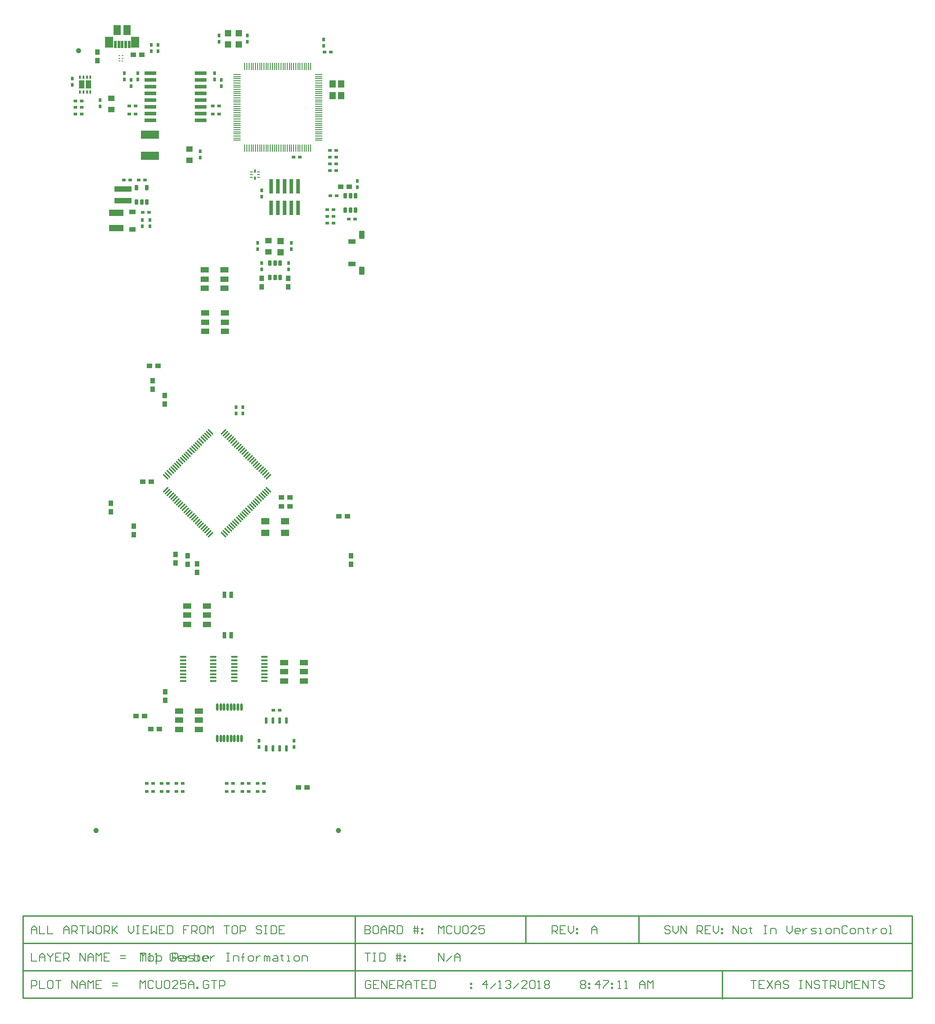
<source format=gtp>
G04 Layer_Color=9021481*
%FSAX25Y25*%
%MOIN*%
G70*
G01*
G75*
G04:AMPARAMS|DCode=10|XSize=11.81mil|YSize=57.09mil|CornerRadius=0mil|HoleSize=0mil|Usage=FLASHONLY|Rotation=45.000|XOffset=0mil|YOffset=0mil|HoleType=Round|Shape=Round|*
%AMOVALD10*
21,1,0.04528,0.01181,0.00000,0.00000,135.0*
1,1,0.01181,0.01601,-0.01601*
1,1,0.01181,-0.01601,0.01601*
%
%ADD10OVALD10*%

G04:AMPARAMS|DCode=11|XSize=11.81mil|YSize=57.09mil|CornerRadius=0mil|HoleSize=0mil|Usage=FLASHONLY|Rotation=315.000|XOffset=0mil|YOffset=0mil|HoleType=Round|Shape=Round|*
%AMOVALD11*
21,1,0.04528,0.01181,0.00000,0.00000,45.0*
1,1,0.01181,-0.01601,-0.01601*
1,1,0.01181,0.01601,0.01601*
%
%ADD11OVALD11*%

G04:AMPARAMS|DCode=12|XSize=17.72mil|YSize=54.33mil|CornerRadius=1.95mil|HoleSize=0mil|Usage=FLASHONLY|Rotation=0.000|XOffset=0mil|YOffset=0mil|HoleType=Round|Shape=RoundedRectangle|*
%AMROUNDEDRECTD12*
21,1,0.01772,0.05043,0,0,0.0*
21,1,0.01382,0.05433,0,0,0.0*
1,1,0.00390,0.00691,-0.02522*
1,1,0.00390,-0.00691,-0.02522*
1,1,0.00390,-0.00691,0.02522*
1,1,0.00390,0.00691,0.02522*
%
%ADD12ROUNDEDRECTD12*%
G04:AMPARAMS|DCode=13|XSize=54.13mil|YSize=74.8mil|CornerRadius=1.89mil|HoleSize=0mil|Usage=FLASHONLY|Rotation=0.000|XOffset=0mil|YOffset=0mil|HoleType=Round|Shape=RoundedRectangle|*
%AMROUNDEDRECTD13*
21,1,0.05413,0.07101,0,0,0.0*
21,1,0.05034,0.07480,0,0,0.0*
1,1,0.00379,0.02517,-0.03551*
1,1,0.00379,-0.02517,-0.03551*
1,1,0.00379,-0.02517,0.03551*
1,1,0.00379,0.02517,0.03551*
%
%ADD13ROUNDEDRECTD13*%
G04:AMPARAMS|DCode=14|XSize=58.07mil|YSize=82.68mil|CornerRadius=2.03mil|HoleSize=0mil|Usage=FLASHONLY|Rotation=0.000|XOffset=0mil|YOffset=0mil|HoleType=Round|Shape=RoundedRectangle|*
%AMROUNDEDRECTD14*
21,1,0.05807,0.07861,0,0,0.0*
21,1,0.05401,0.08268,0,0,0.0*
1,1,0.00407,0.02700,-0.03931*
1,1,0.00407,-0.02700,-0.03931*
1,1,0.00407,-0.02700,0.03931*
1,1,0.00407,0.02700,0.03931*
%
%ADD14ROUNDEDRECTD14*%
%ADD15O,0.04724X0.01575*%
%ADD16O,0.01772X0.05512*%
G04:AMPARAMS|DCode=17|XSize=23.62mil|YSize=39.37mil|CornerRadius=2.01mil|HoleSize=0mil|Usage=FLASHONLY|Rotation=180.000|XOffset=0mil|YOffset=0mil|HoleType=Round|Shape=RoundedRectangle|*
%AMROUNDEDRECTD17*
21,1,0.02362,0.03535,0,0,180.0*
21,1,0.01961,0.03937,0,0,180.0*
1,1,0.00402,-0.00980,0.01768*
1,1,0.00402,0.00980,0.01768*
1,1,0.00402,0.00980,-0.01768*
1,1,0.00402,-0.00980,-0.01768*
%
%ADD17ROUNDEDRECTD17*%
%ADD18O,0.05512X0.00787*%
%ADD19O,0.00787X0.05512*%
%ADD20R,0.06299X0.03937*%
%ADD21R,0.02992X0.05000*%
%ADD22R,0.03740X0.03937*%
%ADD23R,0.03937X0.03740*%
%ADD24R,0.04724X0.04331*%
%ADD25C,0.03937*%
%ADD26R,0.10630X0.05118*%
%ADD27R,0.02362X0.03150*%
%ADD28R,0.03150X0.02362*%
G04:AMPARAMS|DCode=29|XSize=11.81mil|YSize=23.62mil|CornerRadius=1.95mil|HoleSize=0mil|Usage=FLASHONLY|Rotation=0.000|XOffset=0mil|YOffset=0mil|HoleType=Round|Shape=RoundedRectangle|*
%AMROUNDEDRECTD29*
21,1,0.01181,0.01972,0,0,0.0*
21,1,0.00791,0.02362,0,0,0.0*
1,1,0.00390,0.00396,-0.00986*
1,1,0.00390,-0.00396,-0.00986*
1,1,0.00390,-0.00396,0.00986*
1,1,0.00390,0.00396,0.00986*
%
%ADD29ROUNDEDRECTD29*%
%ADD31R,0.06299X0.03937*%
G04:AMPARAMS|DCode=32|XSize=57.09mil|YSize=39.37mil|CornerRadius=1.97mil|HoleSize=0mil|Usage=FLASHONLY|Rotation=270.000|XOffset=0mil|YOffset=0mil|HoleType=Round|Shape=RoundedRectangle|*
%AMROUNDEDRECTD32*
21,1,0.05709,0.03543,0,0,270.0*
21,1,0.05315,0.03937,0,0,270.0*
1,1,0.00394,-0.01772,-0.02657*
1,1,0.00394,-0.01772,0.02657*
1,1,0.00394,0.01772,0.02657*
1,1,0.00394,0.01772,-0.02657*
%
%ADD32ROUNDEDRECTD32*%
G04:AMPARAMS|DCode=33|XSize=35.43mil|YSize=51.18mil|CornerRadius=1.95mil|HoleSize=0mil|Usage=FLASHONLY|Rotation=270.000|XOffset=0mil|YOffset=0mil|HoleType=Round|Shape=RoundedRectangle|*
%AMROUNDEDRECTD33*
21,1,0.03543,0.04728,0,0,270.0*
21,1,0.03154,0.05118,0,0,270.0*
1,1,0.00390,-0.02364,-0.01577*
1,1,0.00390,-0.02364,0.01577*
1,1,0.00390,0.02364,0.01577*
1,1,0.00390,0.02364,-0.01577*
%
%ADD33ROUNDEDRECTD33*%
%ADD34R,0.12598X0.03937*%
%ADD35R,0.04803X0.03602*%
%ADD36R,0.13386X0.06299*%
G04:AMPARAMS|DCode=37|XSize=9.84mil|YSize=21.65mil|CornerRadius=1.97mil|HoleSize=0mil|Usage=FLASHONLY|Rotation=270.000|XOffset=0mil|YOffset=0mil|HoleType=Round|Shape=RoundedRectangle|*
%AMROUNDEDRECTD37*
21,1,0.00984,0.01772,0,0,270.0*
21,1,0.00591,0.02165,0,0,270.0*
1,1,0.00394,-0.00886,-0.00295*
1,1,0.00394,-0.00886,0.00295*
1,1,0.00394,0.00886,0.00295*
1,1,0.00394,0.00886,-0.00295*
%
%ADD37ROUNDEDRECTD37*%
G04:AMPARAMS|DCode=38|XSize=7.87mil|YSize=21.65mil|CornerRadius=1.97mil|HoleSize=0mil|Usage=FLASHONLY|Rotation=270.000|XOffset=0mil|YOffset=0mil|HoleType=Round|Shape=RoundedRectangle|*
%AMROUNDEDRECTD38*
21,1,0.00787,0.01772,0,0,270.0*
21,1,0.00394,0.02165,0,0,270.0*
1,1,0.00394,-0.00886,-0.00197*
1,1,0.00394,-0.00886,0.00197*
1,1,0.00394,0.00886,0.00197*
1,1,0.00394,0.00886,-0.00197*
%
%ADD38ROUNDEDRECTD38*%
%ADD39R,0.02913X0.10984*%
%ADD40R,0.04724X0.05512*%
%ADD41O,0.02165X0.04921*%
%ADD42R,0.04724X0.04724*%
%ADD43R,0.06299X0.04921*%
G04:AMPARAMS|DCode=44|XSize=7.87mil|YSize=11.81mil|CornerRadius=1.97mil|HoleSize=0mil|Usage=FLASHONLY|Rotation=270.000|XOffset=0mil|YOffset=0mil|HoleType=Round|Shape=RoundedRectangle|*
%AMROUNDEDRECTD44*
21,1,0.00787,0.00787,0,0,270.0*
21,1,0.00394,0.01181,0,0,270.0*
1,1,0.00394,-0.00394,-0.00197*
1,1,0.00394,-0.00394,0.00197*
1,1,0.00394,0.00394,0.00197*
1,1,0.00394,0.00394,-0.00197*
%
%ADD44ROUNDEDRECTD44*%
G04:AMPARAMS|DCode=45|XSize=7.87mil|YSize=13.78mil|CornerRadius=1.97mil|HoleSize=0mil|Usage=FLASHONLY|Rotation=270.000|XOffset=0mil|YOffset=0mil|HoleType=Round|Shape=RoundedRectangle|*
%AMROUNDEDRECTD45*
21,1,0.00787,0.00984,0,0,270.0*
21,1,0.00394,0.01378,0,0,270.0*
1,1,0.00394,-0.00492,-0.00197*
1,1,0.00394,-0.00492,0.00197*
1,1,0.00394,0.00492,0.00197*
1,1,0.00394,0.00492,-0.00197*
%
%ADD45ROUNDEDRECTD45*%
G04:AMPARAMS|DCode=46|XSize=25.59mil|YSize=88.58mil|CornerRadius=1.92mil|HoleSize=0mil|Usage=FLASHONLY|Rotation=270.000|XOffset=0mil|YOffset=0mil|HoleType=Round|Shape=RoundedRectangle|*
%AMROUNDEDRECTD46*
21,1,0.02559,0.08474,0,0,270.0*
21,1,0.02175,0.08858,0,0,270.0*
1,1,0.00384,-0.04237,-0.01088*
1,1,0.00384,-0.04237,0.01088*
1,1,0.00384,0.04237,0.01088*
1,1,0.00384,0.04237,-0.01088*
%
%ADD46ROUNDEDRECTD46*%
%ADD49C,0.00800*%
%ADD50C,0.01000*%
G04:AMPARAMS|DCode=97|XSize=57.87mil|YSize=41.73mil|CornerRadius=1.88mil|HoleSize=0mil|Usage=FLASHONLY|Rotation=270.000|XOffset=0mil|YOffset=0mil|HoleType=Round|Shape=RoundedRectangle|*
%AMROUNDEDRECTD97*
21,1,0.05787,0.03798,0,0,270.0*
21,1,0.05412,0.04173,0,0,270.0*
1,1,0.00376,-0.01899,-0.02706*
1,1,0.00376,-0.01899,0.02706*
1,1,0.00376,0.01899,0.02706*
1,1,0.00376,0.01899,-0.02706*
%
%ADD97ROUNDEDRECTD97*%
G54D10*
X0179398Y0460609D02*
D03*
X0178006Y0459217D02*
D03*
X0176614Y0457825D02*
D03*
X0175222Y0456433D02*
D03*
X0173830Y0455041D02*
D03*
X0172438Y0453649D02*
D03*
X0171046Y0452257D02*
D03*
X0169654Y0450865D02*
D03*
X0168262Y0449473D02*
D03*
X0166870Y0448081D02*
D03*
X0165478Y0446689D02*
D03*
X0164086Y0445297D02*
D03*
X0162695Y0443905D02*
D03*
X0161302Y0442514D02*
D03*
X0159911Y0441122D02*
D03*
X0158519Y0439730D02*
D03*
X0157127Y0438338D02*
D03*
X0155735Y0436946D02*
D03*
X0154343Y0435554D02*
D03*
X0152951Y0434162D02*
D03*
X0151559Y0432770D02*
D03*
X0150167Y0431378D02*
D03*
X0148775Y0429986D02*
D03*
X0147383Y0428594D02*
D03*
X0145991Y0427202D02*
D03*
X0189002Y0384191D02*
D03*
X0190394Y0385583D02*
D03*
X0191786Y0386975D02*
D03*
X0193178Y0388367D02*
D03*
X0194570Y0389759D02*
D03*
X0195962Y0391151D02*
D03*
X0197354Y0392543D02*
D03*
X0198746Y0393935D02*
D03*
X0200138Y0395327D02*
D03*
X0201530Y0396719D02*
D03*
X0202922Y0398111D02*
D03*
X0204314Y0399503D02*
D03*
X0205705Y0400894D02*
D03*
X0207098Y0402286D02*
D03*
X0208489Y0403678D02*
D03*
X0209881Y0405070D02*
D03*
X0211273Y0406462D02*
D03*
X0212665Y0407854D02*
D03*
X0214057Y0409246D02*
D03*
X0215449Y0410638D02*
D03*
X0216841Y0412030D02*
D03*
X0218233Y0413422D02*
D03*
X0219625Y0414814D02*
D03*
X0221017Y0416206D02*
D03*
X0222409Y0417598D02*
D03*
G54D11*
X0145991D02*
D03*
X0147383Y0416206D02*
D03*
X0148775Y0414814D02*
D03*
X0150167Y0413422D02*
D03*
X0151559Y0412030D02*
D03*
X0152951Y0410638D02*
D03*
X0154343Y0409246D02*
D03*
X0155735Y0407854D02*
D03*
X0157127Y0406462D02*
D03*
X0158519Y0405070D02*
D03*
X0159911Y0403678D02*
D03*
X0161303Y0402286D02*
D03*
X0162695Y0400894D02*
D03*
X0164086Y0399503D02*
D03*
X0165478Y0398111D02*
D03*
X0166870Y0396719D02*
D03*
X0168262Y0395327D02*
D03*
X0169654Y0393935D02*
D03*
X0171046Y0392543D02*
D03*
X0172438Y0391151D02*
D03*
X0173830Y0389759D02*
D03*
X0175222Y0388367D02*
D03*
X0176614Y0386975D02*
D03*
X0178006Y0385583D02*
D03*
X0179398Y0384191D02*
D03*
X0222409Y0427202D02*
D03*
X0221017Y0428594D02*
D03*
X0219625Y0429986D02*
D03*
X0218233Y0431378D02*
D03*
X0216841Y0432770D02*
D03*
X0215449Y0434162D02*
D03*
X0214057Y0435554D02*
D03*
X0212665Y0436946D02*
D03*
X0211273Y0438338D02*
D03*
X0209881Y0439730D02*
D03*
X0208489Y0441122D02*
D03*
X0207098Y0442514D02*
D03*
X0205705Y0443905D02*
D03*
X0204314Y0445297D02*
D03*
X0202922Y0446689D02*
D03*
X0201530Y0448081D02*
D03*
X0200138Y0449473D02*
D03*
X0198746Y0450865D02*
D03*
X0197354Y0452257D02*
D03*
X0195962Y0453649D02*
D03*
X0194570Y0455041D02*
D03*
X0193178Y0456433D02*
D03*
X0191786Y0457825D02*
D03*
X0190394Y0459217D02*
D03*
X0189002Y0460609D02*
D03*
G54D12*
X0118818Y0748219D02*
D03*
X0116259Y0748219D02*
D03*
X0113700Y0748219D02*
D03*
X0111141Y0748219D02*
D03*
X0108582Y0748219D02*
D03*
G54D13*
X0117391Y0758691D02*
D03*
X0110009D02*
D03*
G54D14*
X0123395Y0749636D02*
D03*
X0104005D02*
D03*
G54D15*
X0158979Y0293357D02*
D03*
Y0290798D02*
D03*
Y0288239D02*
D03*
Y0285680D02*
D03*
Y0283120D02*
D03*
Y0280561D02*
D03*
Y0278002D02*
D03*
Y0275443D02*
D03*
X0181421Y0293357D02*
D03*
Y0290798D02*
D03*
Y0288239D02*
D03*
Y0285680D02*
D03*
Y0283120D02*
D03*
Y0280561D02*
D03*
Y0278002D02*
D03*
Y0275443D02*
D03*
X0196979Y0293357D02*
D03*
Y0290798D02*
D03*
Y0288239D02*
D03*
Y0285680D02*
D03*
Y0283120D02*
D03*
Y0280561D02*
D03*
Y0278002D02*
D03*
Y0275443D02*
D03*
X0219421Y0293357D02*
D03*
Y0290798D02*
D03*
Y0288239D02*
D03*
Y0285680D02*
D03*
Y0283120D02*
D03*
Y0280561D02*
D03*
Y0278002D02*
D03*
Y0275443D02*
D03*
G54D16*
X0184243Y0232786D02*
D03*
X0186802D02*
D03*
X0189361D02*
D03*
X0191920D02*
D03*
X0194480D02*
D03*
X0197039D02*
D03*
X0199598D02*
D03*
X0202157D02*
D03*
X0184243Y0256014D02*
D03*
X0186802D02*
D03*
X0189361D02*
D03*
X0191920D02*
D03*
X0194480D02*
D03*
X0197039D02*
D03*
X0199598D02*
D03*
X0202157D02*
D03*
G54D17*
X0279460Y0635813D02*
D03*
X0283200D02*
D03*
X0286940D02*
D03*
Y0624987D02*
D03*
X0283200D02*
D03*
X0279460D02*
D03*
X0223460Y0574987D02*
D03*
X0227200D02*
D03*
X0230940D02*
D03*
Y0585813D02*
D03*
X0227200D02*
D03*
X0223460D02*
D03*
X0124460Y0641813D02*
D03*
X0131940D02*
D03*
Y0630987D02*
D03*
X0128200D02*
D03*
X0124460D02*
D03*
G54D18*
X0198885Y0725809D02*
D03*
Y0724235D02*
D03*
Y0722660D02*
D03*
Y0721085D02*
D03*
Y0719510D02*
D03*
Y0717935D02*
D03*
Y0716361D02*
D03*
Y0714786D02*
D03*
Y0713211D02*
D03*
Y0711636D02*
D03*
Y0710061D02*
D03*
Y0708487D02*
D03*
Y0706912D02*
D03*
Y0705337D02*
D03*
Y0703762D02*
D03*
Y0702187D02*
D03*
Y0700613D02*
D03*
Y0699038D02*
D03*
Y0697463D02*
D03*
Y0695888D02*
D03*
Y0694313D02*
D03*
Y0692739D02*
D03*
Y0691164D02*
D03*
Y0689589D02*
D03*
Y0688014D02*
D03*
Y0686439D02*
D03*
Y0684865D02*
D03*
Y0683290D02*
D03*
Y0681715D02*
D03*
Y0680140D02*
D03*
Y0678565D02*
D03*
Y0676991D02*
D03*
X0259515D02*
D03*
Y0678565D02*
D03*
Y0680140D02*
D03*
Y0681715D02*
D03*
Y0683290D02*
D03*
Y0684865D02*
D03*
Y0686439D02*
D03*
Y0688014D02*
D03*
Y0689589D02*
D03*
Y0691164D02*
D03*
Y0692739D02*
D03*
Y0694313D02*
D03*
Y0695888D02*
D03*
Y0697463D02*
D03*
Y0699038D02*
D03*
Y0700613D02*
D03*
Y0702187D02*
D03*
Y0703762D02*
D03*
Y0705337D02*
D03*
Y0706912D02*
D03*
Y0708487D02*
D03*
Y0710061D02*
D03*
Y0711636D02*
D03*
Y0713211D02*
D03*
Y0714786D02*
D03*
Y0716361D02*
D03*
Y0717935D02*
D03*
Y0719510D02*
D03*
Y0721085D02*
D03*
Y0722660D02*
D03*
Y0724235D02*
D03*
Y0725809D02*
D03*
G54D19*
X0204791Y0671085D02*
D03*
X0206365D02*
D03*
X0207940D02*
D03*
X0209515D02*
D03*
X0211090D02*
D03*
X0212665D02*
D03*
X0214239D02*
D03*
X0215814D02*
D03*
X0217389D02*
D03*
X0218964D02*
D03*
X0220539D02*
D03*
X0222113D02*
D03*
X0223688D02*
D03*
X0225263D02*
D03*
X0226838D02*
D03*
X0228413D02*
D03*
X0229987D02*
D03*
X0231562D02*
D03*
X0233137D02*
D03*
X0234712D02*
D03*
X0236287D02*
D03*
X0237861D02*
D03*
X0239436D02*
D03*
X0241011D02*
D03*
X0242586D02*
D03*
X0244161D02*
D03*
X0245735D02*
D03*
X0247310D02*
D03*
X0248885D02*
D03*
X0250460D02*
D03*
X0252035D02*
D03*
X0253609D02*
D03*
Y0731715D02*
D03*
X0252035D02*
D03*
X0250460D02*
D03*
X0248885D02*
D03*
X0247310D02*
D03*
X0245735D02*
D03*
X0244161D02*
D03*
X0242586D02*
D03*
X0241011D02*
D03*
X0239436D02*
D03*
X0237861D02*
D03*
X0236287D02*
D03*
X0234712D02*
D03*
X0233137D02*
D03*
X0231562D02*
D03*
X0229987D02*
D03*
X0228413D02*
D03*
X0226838D02*
D03*
X0225263D02*
D03*
X0223688D02*
D03*
X0222113D02*
D03*
X0220539D02*
D03*
X0218964D02*
D03*
X0217389D02*
D03*
X0215814D02*
D03*
X0214239D02*
D03*
X0212665D02*
D03*
X0211090D02*
D03*
X0209515D02*
D03*
X0207940D02*
D03*
X0206365D02*
D03*
X0204791D02*
D03*
G54D20*
X0155917Y0239510D02*
D03*
Y0246400D02*
D03*
Y0253290D02*
D03*
X0170484D02*
D03*
Y0246400D02*
D03*
Y0239510D02*
D03*
G54D21*
X0194700Y0309400D02*
D03*
X0189700D02*
D03*
Y0339400D02*
D03*
X0194700D02*
D03*
G54D22*
X0153200Y0363250D02*
D03*
Y0369550D02*
D03*
X0122200Y0384250D02*
D03*
Y0390550D02*
D03*
X0145200Y0481250D02*
D03*
Y0487550D02*
D03*
X0283700Y0368550D02*
D03*
Y0362250D02*
D03*
X0237100Y0568250D02*
D03*
Y0574550D02*
D03*
X0217200Y0568250D02*
D03*
Y0574550D02*
D03*
X0162200Y0362250D02*
D03*
Y0368550D02*
D03*
X0145700Y0267550D02*
D03*
Y0261250D02*
D03*
X0136200Y0492250D02*
D03*
Y0498550D02*
D03*
X0095200Y0742550D02*
D03*
Y0736250D02*
D03*
X0105200Y0407550D02*
D03*
Y0401250D02*
D03*
X0169200Y0362550D02*
D03*
Y0356250D02*
D03*
G54D23*
X0244550Y0196400D02*
D03*
X0250850D02*
D03*
X0130350Y0249400D02*
D03*
X0124050D02*
D03*
X0274550Y0397900D02*
D03*
X0280850D02*
D03*
X0135050Y0239900D02*
D03*
X0141350D02*
D03*
X0140350Y0509400D02*
D03*
X0134050D02*
D03*
X0232050Y0405000D02*
D03*
X0238350D02*
D03*
X0232050Y0411800D02*
D03*
X0238350D02*
D03*
X0276050Y0642400D02*
D03*
X0282350D02*
D03*
X0122050Y0740400D02*
D03*
X0128350D02*
D03*
X0135350Y0423400D02*
D03*
X0129050D02*
D03*
G54D24*
X0163700Y0670534D02*
D03*
Y0662266D02*
D03*
X0105700Y0708034D02*
D03*
Y0699766D02*
D03*
X0222137Y0594250D02*
D03*
Y0602518D02*
D03*
G54D25*
X0081200Y0743400D02*
D03*
X0094200Y0164400D02*
D03*
X0274200D02*
D03*
G54D26*
X0109200Y0611691D02*
D03*
Y0623109D02*
D03*
G54D27*
X0097200Y0702038D02*
D03*
Y0706762D02*
D03*
X0239137Y0596022D02*
D03*
Y0600746D02*
D03*
X0214137Y0596022D02*
D03*
Y0600746D02*
D03*
X0171700Y0664038D02*
D03*
Y0668762D02*
D03*
X0125200Y0722038D02*
D03*
Y0726762D02*
D03*
X0120200Y0721762D02*
D03*
Y0717038D02*
D03*
X0076500Y0722762D02*
D03*
Y0718038D02*
D03*
X0187200Y0721762D02*
D03*
Y0717038D02*
D03*
X0263200Y0751762D02*
D03*
Y0747038D02*
D03*
X0206700Y0754762D02*
D03*
Y0750038D02*
D03*
X0185700Y0754762D02*
D03*
Y0750038D02*
D03*
X0135200Y0743038D02*
D03*
Y0747762D02*
D03*
X0237200Y0581038D02*
D03*
Y0585762D02*
D03*
X0217200Y0581038D02*
D03*
Y0585762D02*
D03*
X0203200Y0478762D02*
D03*
Y0474038D02*
D03*
X0134200Y0617762D02*
D03*
Y0613038D02*
D03*
X0140200Y0747762D02*
D03*
Y0743038D02*
D03*
X0115200Y0726762D02*
D03*
Y0722038D02*
D03*
X0288200Y0646762D02*
D03*
Y0642038D02*
D03*
X0198200Y0474038D02*
D03*
Y0478762D02*
D03*
X0128700Y0613038D02*
D03*
Y0617762D02*
D03*
X0217200Y0639762D02*
D03*
Y0635038D02*
D03*
X0182200Y0722038D02*
D03*
Y0726762D02*
D03*
X0241200Y0231262D02*
D03*
Y0226538D02*
D03*
X0215200D02*
D03*
Y0231262D02*
D03*
G54D28*
X0267838Y0654400D02*
D03*
X0272562D02*
D03*
X0118838Y0696400D02*
D03*
X0123562D02*
D03*
X0118838Y0702400D02*
D03*
X0123562D02*
D03*
X0083562Y0706200D02*
D03*
X0078838D02*
D03*
X0083562Y0701300D02*
D03*
X0078838D02*
D03*
Y0696400D02*
D03*
X0083562D02*
D03*
X0263838Y0742400D02*
D03*
X0268562D02*
D03*
X0191338Y0193400D02*
D03*
X0196062D02*
D03*
X0202838D02*
D03*
X0207562D02*
D03*
X0214338D02*
D03*
X0219062D02*
D03*
X0270562Y0620400D02*
D03*
X0265838D02*
D03*
X0128838Y0623400D02*
D03*
X0133562D02*
D03*
X0265838Y0625400D02*
D03*
X0270562D02*
D03*
X0130562Y0647400D02*
D03*
X0125838D02*
D03*
X0180838Y0696400D02*
D03*
X0185562D02*
D03*
X0180838Y0702400D02*
D03*
X0185562D02*
D03*
X0191338Y0199400D02*
D03*
X0196062D02*
D03*
X0202838D02*
D03*
X0207562D02*
D03*
X0214338D02*
D03*
X0219062D02*
D03*
X0273062Y0635900D02*
D03*
X0268338D02*
D03*
X0265838Y0615400D02*
D03*
X0270562D02*
D03*
X0281838Y0618400D02*
D03*
X0286562D02*
D03*
X0119562Y0647400D02*
D03*
X0114838D02*
D03*
X0245562Y0664400D02*
D03*
X0240838D02*
D03*
X0131838Y0199400D02*
D03*
X0136562D02*
D03*
X0131838Y0193400D02*
D03*
X0136562D02*
D03*
X0142838D02*
D03*
X0147562D02*
D03*
X0142838Y0199400D02*
D03*
X0147562D02*
D03*
X0153838Y0193400D02*
D03*
X0158562D02*
D03*
X0230562Y0253900D02*
D03*
X0225838D02*
D03*
X0153838Y0199400D02*
D03*
X0158562D02*
D03*
X0267838Y0659400D02*
D03*
X0272562D02*
D03*
X0267838Y0664400D02*
D03*
X0272562D02*
D03*
X0267838Y0669400D02*
D03*
X0272562D02*
D03*
G54D29*
X0090039Y0723912D02*
D03*
X0087480D02*
D03*
X0084921D02*
D03*
X0082361D02*
D03*
Y0712888D02*
D03*
X0084921D02*
D03*
X0087480D02*
D03*
X0090039D02*
D03*
X0212200Y0653959D02*
D03*
Y0648841D02*
D03*
G54D31*
X0233917Y0289290D02*
D03*
Y0282400D02*
D03*
Y0275510D02*
D03*
X0248483D02*
D03*
Y0282400D02*
D03*
Y0289290D02*
D03*
X0189483Y0567010D02*
D03*
Y0573900D02*
D03*
Y0580790D02*
D03*
X0174917D02*
D03*
Y0573900D02*
D03*
Y0567010D02*
D03*
X0175417Y0548790D02*
D03*
Y0541900D02*
D03*
Y0535010D02*
D03*
X0189983D02*
D03*
Y0541900D02*
D03*
Y0548790D02*
D03*
X0161917Y0331290D02*
D03*
Y0324400D02*
D03*
Y0317510D02*
D03*
X0176483D02*
D03*
Y0324400D02*
D03*
Y0331290D02*
D03*
G54D32*
X0291531Y0580113D02*
D03*
X0291531Y0606687D02*
D03*
G54D33*
X0284444Y0585132D02*
D03*
Y0601668D02*
D03*
G54D34*
X0114200Y0632069D02*
D03*
Y0640731D02*
D03*
G54D35*
X0121200Y0623847D02*
D03*
Y0610953D02*
D03*
G54D36*
X0134200Y0681274D02*
D03*
Y0665526D02*
D03*
G54D37*
X0209543Y0649431D02*
D03*
Y0653368D02*
D03*
X0214857D02*
D03*
Y0649431D02*
D03*
G54D38*
X0209543Y0651400D02*
D03*
X0214857D02*
D03*
G54D39*
X0224200Y0626888D02*
D03*
X0229200D02*
D03*
X0234200D02*
D03*
X0239200D02*
D03*
X0224200Y0642912D02*
D03*
X0229200D02*
D03*
X0234200D02*
D03*
X0239200D02*
D03*
X0244200Y0626888D02*
D03*
Y0642912D02*
D03*
G54D40*
X0276350Y0710069D02*
D03*
Y0718731D02*
D03*
X0270050Y0710069D02*
D03*
Y0718731D02*
D03*
G54D41*
X0220700Y0225565D02*
D03*
X0225700D02*
D03*
X0230700D02*
D03*
X0235700D02*
D03*
X0220700Y0246235D02*
D03*
X0225700D02*
D03*
X0230700D02*
D03*
X0235700D02*
D03*
G54D42*
X0200200Y0748266D02*
D03*
Y0756534D02*
D03*
X0231200Y0602134D02*
D03*
Y0593866D02*
D03*
X0192200Y0748266D02*
D03*
Y0756534D02*
D03*
G54D43*
X0220038Y0394024D02*
D03*
X0234605D02*
D03*
Y0385362D02*
D03*
X0220038D02*
D03*
G54D44*
X0111519Y0735931D02*
D03*
Y0737900D02*
D03*
Y0739868D02*
D03*
X0113881D02*
D03*
Y0737900D02*
D03*
G54D45*
X0113783Y0735931D02*
D03*
G54D46*
X0134499Y0726900D02*
D03*
Y0721900D02*
D03*
Y0716900D02*
D03*
Y0711900D02*
D03*
Y0706900D02*
D03*
Y0701900D02*
D03*
Y0696900D02*
D03*
Y0691900D02*
D03*
X0171901Y0726900D02*
D03*
Y0721900D02*
D03*
Y0716900D02*
D03*
Y0711900D02*
D03*
Y0706900D02*
D03*
Y0701900D02*
D03*
Y0696900D02*
D03*
Y0691900D02*
D03*
G54D49*
X0126900Y0073549D02*
X0130899D01*
X0128899D01*
Y0067551D01*
X0133898D02*
X0135897D01*
X0136897Y0068550D01*
Y0070550D01*
X0135897Y0071549D01*
X0133898D01*
X0132898Y0070550D01*
Y0068550D01*
X0133898Y0067551D01*
X0138896Y0065551D02*
Y0071549D01*
X0141895D01*
X0142895Y0070550D01*
Y0068550D01*
X0141895Y0067551D01*
X0138896D01*
X0150892D02*
Y0073549D01*
X0153891D01*
X0154891Y0072549D01*
Y0070550D01*
X0153891Y0069550D01*
X0150892D01*
X0157890Y0071549D02*
X0159889D01*
X0160889Y0070550D01*
Y0067551D01*
X0157890D01*
X0156890Y0068550D01*
X0157890Y0069550D01*
X0160889D01*
X0162888Y0067551D02*
X0165887D01*
X0166887Y0068550D01*
X0165887Y0069550D01*
X0163888D01*
X0162888Y0070550D01*
X0163888Y0071549D01*
X0166887D01*
X0169886Y0072549D02*
Y0071549D01*
X0168886D01*
X0170886D01*
X0169886D01*
Y0068550D01*
X0170886Y0067551D01*
X0176884D02*
X0174884D01*
X0173885Y0068550D01*
Y0070550D01*
X0174884Y0071549D01*
X0176884D01*
X0177884Y0070550D01*
Y0069550D01*
X0173885D01*
X0567400Y0087833D02*
Y0093831D01*
X0571399Y0087833D01*
Y0093831D01*
X0574398Y0087833D02*
X0576397D01*
X0577397Y0088833D01*
Y0090832D01*
X0576397Y0091832D01*
X0574398D01*
X0573398Y0090832D01*
Y0088833D01*
X0574398Y0087833D01*
X0580396Y0092832D02*
Y0091832D01*
X0579396D01*
X0581395D01*
X0580396D01*
Y0088833D01*
X0581395Y0087833D01*
X0590393Y0093831D02*
X0592392D01*
X0591392D01*
Y0087833D01*
X0590393D01*
X0592392D01*
X0595391D02*
Y0091832D01*
X0598390D01*
X0599390Y0090832D01*
Y0087833D01*
X0607387Y0093831D02*
Y0089833D01*
X0609386Y0087833D01*
X0611386Y0089833D01*
Y0093831D01*
X0616384Y0087833D02*
X0614385D01*
X0613385Y0088833D01*
Y0090832D01*
X0614385Y0091832D01*
X0616384D01*
X0617384Y0090832D01*
Y0089833D01*
X0613385D01*
X0619383Y0091832D02*
Y0087833D01*
Y0089833D01*
X0620383Y0090832D01*
X0621383Y0091832D01*
X0622382D01*
X0625381Y0087833D02*
X0628380D01*
X0629380Y0088833D01*
X0628380Y0089833D01*
X0626381D01*
X0625381Y0090832D01*
X0626381Y0091832D01*
X0629380D01*
X0631379Y0087833D02*
X0633379D01*
X0632379D01*
Y0091832D01*
X0631379D01*
X0637377Y0087833D02*
X0639377D01*
X0640376Y0088833D01*
Y0090832D01*
X0639377Y0091832D01*
X0637377D01*
X0636378Y0090832D01*
Y0088833D01*
X0637377Y0087833D01*
X0642376D02*
Y0091832D01*
X0645375D01*
X0646374Y0090832D01*
Y0087833D01*
X0652373Y0092832D02*
X0651373Y0093831D01*
X0649373D01*
X0648374Y0092832D01*
Y0088833D01*
X0649373Y0087833D01*
X0651373D01*
X0652373Y0088833D01*
X0655372Y0087833D02*
X0657371D01*
X0658371Y0088833D01*
Y0090832D01*
X0657371Y0091832D01*
X0655372D01*
X0654372Y0090832D01*
Y0088833D01*
X0655372Y0087833D01*
X0660370D02*
Y0091832D01*
X0663369D01*
X0664369Y0090832D01*
Y0087833D01*
X0667368Y0092832D02*
Y0091832D01*
X0666368D01*
X0668367D01*
X0667368D01*
Y0088833D01*
X0668367Y0087833D01*
X0671366Y0091832D02*
Y0087833D01*
Y0089833D01*
X0672366Y0090832D01*
X0673366Y0091832D01*
X0674365D01*
X0678364Y0087833D02*
X0680364D01*
X0681363Y0088833D01*
Y0090832D01*
X0680364Y0091832D01*
X0678364D01*
X0677364Y0090832D01*
Y0088833D01*
X0678364Y0087833D01*
X0683362D02*
X0685362D01*
X0684362D01*
Y0093831D01*
X0683362D01*
X0520799Y0092832D02*
X0519799Y0093831D01*
X0517800D01*
X0516800Y0092832D01*
Y0091832D01*
X0517800Y0090832D01*
X0519799D01*
X0520799Y0089833D01*
Y0088833D01*
X0519799Y0087833D01*
X0517800D01*
X0516800Y0088833D01*
X0522798Y0093831D02*
Y0089833D01*
X0524797Y0087833D01*
X0526797Y0089833D01*
Y0093831D01*
X0528796Y0087833D02*
Y0093831D01*
X0532795Y0087833D01*
Y0093831D01*
X0540792Y0087833D02*
Y0093831D01*
X0543791D01*
X0544791Y0092832D01*
Y0090832D01*
X0543791Y0089833D01*
X0540792D01*
X0542792D02*
X0544791Y0087833D01*
X0550789Y0093831D02*
X0546790D01*
Y0087833D01*
X0550789D01*
X0546790Y0090832D02*
X0548790D01*
X0552788Y0093831D02*
Y0089833D01*
X0554788Y0087833D01*
X0556787Y0089833D01*
Y0093831D01*
X0558786Y0091832D02*
X0559786D01*
Y0090832D01*
X0558786D01*
Y0091832D01*
Y0088833D02*
X0559786D01*
Y0087833D01*
X0558786D01*
Y0088833D01*
X0433000Y0087833D02*
Y0093831D01*
X0435999D01*
X0436999Y0092832D01*
Y0090832D01*
X0435999Y0089833D01*
X0433000D01*
X0434999D02*
X0436999Y0087833D01*
X0442997Y0093831D02*
X0438998D01*
Y0087833D01*
X0442997D01*
X0438998Y0090832D02*
X0440997D01*
X0444996Y0093831D02*
Y0089833D01*
X0446995Y0087833D01*
X0448995Y0089833D01*
Y0093831D01*
X0450994Y0091832D02*
X0451994D01*
Y0090832D01*
X0450994D01*
Y0091832D01*
Y0088833D02*
X0451994D01*
Y0087833D01*
X0450994D01*
Y0088833D01*
X0126900Y0046966D02*
Y0052965D01*
X0128899Y0050965D01*
X0130899Y0052965D01*
Y0046966D01*
X0136897Y0051965D02*
X0135897Y0052965D01*
X0133898D01*
X0132898Y0051965D01*
Y0047966D01*
X0133898Y0046966D01*
X0135897D01*
X0136897Y0047966D01*
X0138896Y0052965D02*
Y0047966D01*
X0139896Y0046966D01*
X0141895D01*
X0142895Y0047966D01*
Y0052965D01*
X0144894Y0051965D02*
X0145894Y0052965D01*
X0147893D01*
X0148893Y0051965D01*
Y0047966D01*
X0147893Y0046966D01*
X0145894D01*
X0144894Y0047966D01*
Y0051965D01*
X0154891Y0046966D02*
X0150892D01*
X0154891Y0050965D01*
Y0051965D01*
X0153891Y0052965D01*
X0151892D01*
X0150892Y0051965D01*
X0160889Y0052965D02*
X0156890D01*
Y0049966D01*
X0158890Y0050965D01*
X0159889D01*
X0160889Y0049966D01*
Y0047966D01*
X0159889Y0046966D01*
X0157890D01*
X0156890Y0047966D01*
X0162888Y0046966D02*
Y0050965D01*
X0164888Y0052965D01*
X0166887Y0050965D01*
Y0046966D01*
Y0049966D01*
X0162888D01*
X0168886Y0046966D02*
Y0047966D01*
X0169886D01*
Y0046966D01*
X0168886D01*
X0177884Y0051965D02*
X0176884Y0052965D01*
X0174884D01*
X0173885Y0051965D01*
Y0047966D01*
X0174884Y0046966D01*
X0176884D01*
X0177884Y0047966D01*
Y0049966D01*
X0175884D01*
X0179883Y0052965D02*
X0183882D01*
X0181882D01*
Y0046966D01*
X0185881D02*
Y0052965D01*
X0188880D01*
X0189880Y0051965D01*
Y0049966D01*
X0188880Y0048966D01*
X0185881D01*
X0384149Y0046966D02*
Y0052965D01*
X0381150Y0049966D01*
X0385149D01*
X0387148Y0046966D02*
X0391147Y0050965D01*
X0393146Y0046966D02*
X0395146D01*
X0394146D01*
Y0052965D01*
X0393146Y0051965D01*
X0398145D02*
X0399144Y0052965D01*
X0401144D01*
X0402143Y0051965D01*
Y0050965D01*
X0401144Y0049966D01*
X0400144D01*
X0401144D01*
X0402143Y0048966D01*
Y0047966D01*
X0401144Y0046966D01*
X0399144D01*
X0398145Y0047966D01*
X0404143Y0046966D02*
X0408141Y0050965D01*
X0414139Y0046966D02*
X0410141D01*
X0414139Y0050965D01*
Y0051965D01*
X0413140Y0052965D01*
X0411140D01*
X0410141Y0051965D01*
X0416139D02*
X0417138Y0052965D01*
X0419138D01*
X0420137Y0051965D01*
Y0047966D01*
X0419138Y0046966D01*
X0417138D01*
X0416139Y0047966D01*
Y0051965D01*
X0422137Y0046966D02*
X0424136D01*
X0423136D01*
Y0052965D01*
X0422137Y0051965D01*
X0427135D02*
X0428135Y0052965D01*
X0430134D01*
X0431134Y0051965D01*
Y0050965D01*
X0430134Y0049966D01*
X0431134Y0048966D01*
Y0047966D01*
X0430134Y0046966D01*
X0428135D01*
X0427135Y0047966D01*
Y0048966D01*
X0428135Y0049966D01*
X0427135Y0050965D01*
Y0051965D01*
X0428135Y0049966D02*
X0430134D01*
X0298199Y0051965D02*
X0297199Y0052965D01*
X0295200D01*
X0294200Y0051965D01*
Y0047966D01*
X0295200Y0046966D01*
X0297199D01*
X0298199Y0047966D01*
Y0049966D01*
X0296199D01*
X0304197Y0052965D02*
X0300198D01*
Y0046966D01*
X0304197D01*
X0300198Y0049966D02*
X0302197D01*
X0306196Y0046966D02*
Y0052965D01*
X0310195Y0046966D01*
Y0052965D01*
X0316193D02*
X0312194D01*
Y0046966D01*
X0316193D01*
X0312194Y0049966D02*
X0314194D01*
X0318192Y0046966D02*
Y0052965D01*
X0321191D01*
X0322191Y0051965D01*
Y0049966D01*
X0321191Y0048966D01*
X0318192D01*
X0320192D02*
X0322191Y0046966D01*
X0324190D02*
Y0050965D01*
X0326190Y0052965D01*
X0328189Y0050965D01*
Y0046966D01*
Y0049966D01*
X0324190D01*
X0330188Y0052965D02*
X0334187D01*
X0332188D01*
Y0046966D01*
X0340185Y0052965D02*
X0336186D01*
Y0046966D01*
X0340185D01*
X0336186Y0049966D02*
X0338186D01*
X0342184Y0052965D02*
Y0046966D01*
X0345183D01*
X0346183Y0047966D01*
Y0051965D01*
X0345183Y0052965D01*
X0342184D01*
X0372175Y0050965D02*
X0373175D01*
Y0049966D01*
X0372175D01*
Y0050965D01*
Y0047966D02*
X0373175D01*
Y0046966D01*
X0372175D01*
Y0047966D01*
X0046350Y0087833D02*
Y0091832D01*
X0048349Y0093831D01*
X0050349Y0091832D01*
Y0087833D01*
Y0090832D01*
X0046350D01*
X0052348Y0093831D02*
Y0087833D01*
X0056347D01*
X0058346Y0093831D02*
Y0087833D01*
X0062345D01*
X0070342D02*
Y0091832D01*
X0072342Y0093831D01*
X0074341Y0091832D01*
Y0087833D01*
Y0090832D01*
X0070342D01*
X0076340Y0087833D02*
Y0093831D01*
X0079339D01*
X0080339Y0092832D01*
Y0090832D01*
X0079339Y0089833D01*
X0076340D01*
X0078340D02*
X0080339Y0087833D01*
X0082338Y0093831D02*
X0086337D01*
X0084338D01*
Y0087833D01*
X0088336Y0093831D02*
Y0087833D01*
X0090336Y0089833D01*
X0092335Y0087833D01*
Y0093831D01*
X0097334D02*
X0095334D01*
X0094335Y0092832D01*
Y0088833D01*
X0095334Y0087833D01*
X0097334D01*
X0098333Y0088833D01*
Y0092832D01*
X0097334Y0093831D01*
X0100332Y0087833D02*
Y0093831D01*
X0103332D01*
X0104331Y0092832D01*
Y0090832D01*
X0103332Y0089833D01*
X0100332D01*
X0102332D02*
X0104331Y0087833D01*
X0106331Y0093831D02*
Y0087833D01*
Y0089833D01*
X0110329Y0093831D01*
X0107330Y0090832D01*
X0110329Y0087833D01*
X0118327Y0093831D02*
Y0089833D01*
X0120326Y0087833D01*
X0122325Y0089833D01*
Y0093831D01*
X0124325D02*
X0126324D01*
X0125324D01*
Y0087833D01*
X0124325D01*
X0126324D01*
X0133322Y0093831D02*
X0129323D01*
Y0087833D01*
X0133322D01*
X0129323Y0090832D02*
X0131323D01*
X0135321Y0093831D02*
Y0087833D01*
X0137321Y0089833D01*
X0139320Y0087833D01*
Y0093831D01*
X0145318D02*
X0141319D01*
Y0087833D01*
X0145318D01*
X0141319Y0090832D02*
X0143319D01*
X0147317Y0093831D02*
Y0087833D01*
X0150316D01*
X0151316Y0088833D01*
Y0092832D01*
X0150316Y0093831D01*
X0147317D01*
X0163312D02*
X0159313D01*
Y0090832D01*
X0161313D01*
X0159313D01*
Y0087833D01*
X0165312D02*
Y0093831D01*
X0168310D01*
X0169310Y0092832D01*
Y0090832D01*
X0168310Y0089833D01*
X0165312D01*
X0167311D02*
X0169310Y0087833D01*
X0174309Y0093831D02*
X0172309D01*
X0171310Y0092832D01*
Y0088833D01*
X0172309Y0087833D01*
X0174309D01*
X0175308Y0088833D01*
Y0092832D01*
X0174309Y0093831D01*
X0177308Y0087833D02*
Y0093831D01*
X0179307Y0091832D01*
X0181306Y0093831D01*
Y0087833D01*
X0189304Y0093831D02*
X0193303D01*
X0191303D01*
Y0087833D01*
X0198301Y0093831D02*
X0196301D01*
X0195302Y0092832D01*
Y0088833D01*
X0196301Y0087833D01*
X0198301D01*
X0199301Y0088833D01*
Y0092832D01*
X0198301Y0093831D01*
X0201300Y0087833D02*
Y0093831D01*
X0204299D01*
X0205299Y0092832D01*
Y0090832D01*
X0204299Y0089833D01*
X0201300D01*
X0217295Y0092832D02*
X0216295Y0093831D01*
X0214296D01*
X0213296Y0092832D01*
Y0091832D01*
X0214296Y0090832D01*
X0216295D01*
X0217295Y0089833D01*
Y0088833D01*
X0216295Y0087833D01*
X0214296D01*
X0213296Y0088833D01*
X0219294Y0093831D02*
X0221293D01*
X0220294D01*
Y0087833D01*
X0219294D01*
X0221293D01*
X0224292Y0093831D02*
Y0087833D01*
X0227291D01*
X0228291Y0088833D01*
Y0092832D01*
X0227291Y0093831D01*
X0224292D01*
X0234289D02*
X0230291D01*
Y0087833D01*
X0234289D01*
X0230291Y0090832D02*
X0232290D01*
X0462150Y0087833D02*
Y0091832D01*
X0464149Y0093831D01*
X0466149Y0091832D01*
Y0087833D01*
Y0090832D01*
X0462150D01*
X0348550Y0087833D02*
Y0093831D01*
X0350549Y0091832D01*
X0352549Y0093831D01*
Y0087833D01*
X0358547Y0092832D02*
X0357547Y0093831D01*
X0355548D01*
X0354548Y0092832D01*
Y0088833D01*
X0355548Y0087833D01*
X0357547D01*
X0358547Y0088833D01*
X0360546Y0093831D02*
Y0088833D01*
X0361546Y0087833D01*
X0363545D01*
X0364545Y0088833D01*
Y0093831D01*
X0366544Y0092832D02*
X0367544Y0093831D01*
X0369543D01*
X0370543Y0092832D01*
Y0088833D01*
X0369543Y0087833D01*
X0367544D01*
X0366544Y0088833D01*
Y0092832D01*
X0376541Y0087833D02*
X0372542D01*
X0376541Y0091832D01*
Y0092832D01*
X0375541Y0093831D01*
X0373542D01*
X0372542Y0092832D01*
X0382539Y0093831D02*
X0378540D01*
Y0090832D01*
X0380540Y0091832D01*
X0381539D01*
X0382539Y0090832D01*
Y0088833D01*
X0381539Y0087833D01*
X0379540D01*
X0378540Y0088833D01*
X0294000Y0093831D02*
Y0087833D01*
X0296999D01*
X0297999Y0088833D01*
Y0089833D01*
X0296999Y0090832D01*
X0294000D01*
X0296999D01*
X0297999Y0091832D01*
Y0092832D01*
X0296999Y0093831D01*
X0294000D01*
X0302997D02*
X0300998D01*
X0299998Y0092832D01*
Y0088833D01*
X0300998Y0087833D01*
X0302997D01*
X0303997Y0088833D01*
Y0092832D01*
X0302997Y0093831D01*
X0305996Y0087833D02*
Y0091832D01*
X0307996Y0093831D01*
X0309995Y0091832D01*
Y0087833D01*
Y0090832D01*
X0305996D01*
X0311994Y0087833D02*
Y0093831D01*
X0314993D01*
X0315993Y0092832D01*
Y0090832D01*
X0314993Y0089833D01*
X0311994D01*
X0313994D02*
X0315993Y0087833D01*
X0317992Y0093831D02*
Y0087833D01*
X0320991D01*
X0321991Y0088833D01*
Y0092832D01*
X0320991Y0093831D01*
X0317992D01*
X0330988Y0087833D02*
Y0093831D01*
X0332987D02*
Y0087833D01*
X0329988Y0091832D02*
X0332987D01*
X0333987D01*
X0329988Y0089833D02*
X0333987D01*
X0335986Y0091832D02*
X0336986D01*
Y0090832D01*
X0335986D01*
Y0091832D01*
Y0088833D02*
X0336986D01*
Y0087833D01*
X0335986D01*
Y0088833D01*
X0046350Y0073549D02*
Y0067551D01*
X0050349D01*
X0052348D02*
Y0071549D01*
X0054347Y0073549D01*
X0056347Y0071549D01*
Y0067551D01*
Y0070550D01*
X0052348D01*
X0058346Y0073549D02*
Y0072549D01*
X0060346Y0070550D01*
X0062345Y0072549D01*
Y0073549D01*
X0060346Y0070550D02*
Y0067551D01*
X0068343Y0073549D02*
X0064344D01*
Y0067551D01*
X0068343D01*
X0064344Y0070550D02*
X0066343D01*
X0070342Y0067551D02*
Y0073549D01*
X0073341D01*
X0074341Y0072549D01*
Y0070550D01*
X0073341Y0069550D01*
X0070342D01*
X0072342D02*
X0074341Y0067551D01*
X0082338D02*
Y0073549D01*
X0086337Y0067551D01*
Y0073549D01*
X0088336Y0067551D02*
Y0071549D01*
X0090336Y0073549D01*
X0092335Y0071549D01*
Y0067551D01*
Y0070550D01*
X0088336D01*
X0094335Y0067551D02*
Y0073549D01*
X0096334Y0071549D01*
X0098333Y0073549D01*
Y0067551D01*
X0104331Y0073549D02*
X0100332D01*
Y0067551D01*
X0104331D01*
X0100332Y0070550D02*
X0102332D01*
X0112329Y0069550D02*
X0116327D01*
X0112329Y0071549D02*
X0116327D01*
X0046350Y0046966D02*
Y0052965D01*
X0049349D01*
X0050349Y0051965D01*
Y0049966D01*
X0049349Y0048966D01*
X0046350D01*
X0052348Y0052965D02*
Y0046966D01*
X0056347D01*
X0061345Y0052965D02*
X0059346D01*
X0058346Y0051965D01*
Y0047966D01*
X0059346Y0046966D01*
X0061345D01*
X0062345Y0047966D01*
Y0051965D01*
X0061345Y0052965D01*
X0064344D02*
X0068343D01*
X0066343D01*
Y0046966D01*
X0076340D02*
Y0052965D01*
X0080339Y0046966D01*
Y0052965D01*
X0082338Y0046966D02*
Y0050965D01*
X0084338Y0052965D01*
X0086337Y0050965D01*
Y0046966D01*
Y0049966D01*
X0082338D01*
X0088336Y0046966D02*
Y0052965D01*
X0090336Y0050965D01*
X0092335Y0052965D01*
Y0046966D01*
X0098333Y0052965D02*
X0094335D01*
Y0046966D01*
X0098333D01*
X0094335Y0049966D02*
X0096334D01*
X0106331Y0048966D02*
X0110329D01*
X0106331Y0050965D02*
X0110329D01*
X0454050Y0051965D02*
X0455050Y0052965D01*
X0457049D01*
X0458049Y0051965D01*
Y0050965D01*
X0457049Y0049966D01*
X0458049Y0048966D01*
Y0047966D01*
X0457049Y0046966D01*
X0455050D01*
X0454050Y0047966D01*
Y0048966D01*
X0455050Y0049966D01*
X0454050Y0050965D01*
Y0051965D01*
X0455050Y0049966D02*
X0457049D01*
X0460048Y0050965D02*
X0461048D01*
Y0049966D01*
X0460048D01*
Y0050965D01*
Y0047966D02*
X0461048D01*
Y0046966D01*
X0460048D01*
Y0047966D01*
X0468046Y0046966D02*
Y0052965D01*
X0465046Y0049966D01*
X0469045D01*
X0471044Y0052965D02*
X0475043D01*
Y0051965D01*
X0471044Y0047966D01*
Y0046966D01*
X0477043Y0050965D02*
X0478042D01*
Y0049966D01*
X0477043D01*
Y0050965D01*
Y0047966D02*
X0478042D01*
Y0046966D01*
X0477043D01*
Y0047966D01*
X0482041Y0046966D02*
X0484040D01*
X0483041D01*
Y0052965D01*
X0482041Y0051965D01*
X0487039Y0046966D02*
X0489039D01*
X0488039D01*
Y0052965D01*
X0487039Y0051965D01*
X0498036Y0046966D02*
Y0050965D01*
X0500035Y0052965D01*
X0502035Y0050965D01*
Y0046966D01*
Y0049966D01*
X0498036D01*
X0504034Y0046966D02*
Y0052965D01*
X0506033Y0050965D01*
X0508033Y0052965D01*
Y0046966D01*
X0580500Y0052965D02*
X0584499D01*
X0582499D01*
Y0046966D01*
X0590497Y0052965D02*
X0586498D01*
Y0046966D01*
X0590497D01*
X0586498Y0049966D02*
X0588497D01*
X0592496Y0052965D02*
X0596495Y0046966D01*
Y0052965D02*
X0592496Y0046966D01*
X0598494D02*
Y0050965D01*
X0600493Y0052965D01*
X0602493Y0050965D01*
Y0046966D01*
Y0049966D01*
X0598494D01*
X0608491Y0051965D02*
X0607491Y0052965D01*
X0605492D01*
X0604492Y0051965D01*
Y0050965D01*
X0605492Y0049966D01*
X0607491D01*
X0608491Y0048966D01*
Y0047966D01*
X0607491Y0046966D01*
X0605492D01*
X0604492Y0047966D01*
X0616488Y0052965D02*
X0618488D01*
X0617488D01*
Y0046966D01*
X0616488D01*
X0618488D01*
X0621487D02*
Y0052965D01*
X0625486Y0046966D01*
Y0052965D01*
X0631484Y0051965D02*
X0630484Y0052965D01*
X0628484D01*
X0627485Y0051965D01*
Y0050965D01*
X0628484Y0049966D01*
X0630484D01*
X0631484Y0048966D01*
Y0047966D01*
X0630484Y0046966D01*
X0628484D01*
X0627485Y0047966D01*
X0633483Y0052965D02*
X0637482D01*
X0635482D01*
Y0046966D01*
X0639481D02*
Y0052965D01*
X0642480D01*
X0643480Y0051965D01*
Y0049966D01*
X0642480Y0048966D01*
X0639481D01*
X0641480D02*
X0643480Y0046966D01*
X0645479Y0052965D02*
Y0047966D01*
X0646479Y0046966D01*
X0648478D01*
X0649478Y0047966D01*
Y0052965D01*
X0651477Y0046966D02*
Y0052965D01*
X0653476Y0050965D01*
X0655476Y0052965D01*
Y0046966D01*
X0661474Y0052965D02*
X0657475D01*
Y0046966D01*
X0661474D01*
X0657475Y0049966D02*
X0659474D01*
X0663473Y0046966D02*
Y0052965D01*
X0667472Y0046966D01*
Y0052965D01*
X0669471D02*
X0673470D01*
X0671471D01*
Y0046966D01*
X0679468Y0051965D02*
X0678468Y0052965D01*
X0676469D01*
X0675469Y0051965D01*
Y0050965D01*
X0676469Y0049966D01*
X0678468D01*
X0679468Y0048966D01*
Y0047966D01*
X0678468Y0046966D01*
X0676469D01*
X0675469Y0047966D01*
X0294000Y0073498D02*
X0297999D01*
X0295999D01*
Y0067500D01*
X0299998Y0073498D02*
X0301997D01*
X0300998D01*
Y0067500D01*
X0299998D01*
X0301997D01*
X0304996Y0073498D02*
Y0067500D01*
X0307996D01*
X0308995Y0068500D01*
Y0072498D01*
X0307996Y0073498D01*
X0304996D01*
X0317992Y0067500D02*
Y0073498D01*
X0319992D02*
Y0067500D01*
X0316993Y0071499D02*
X0319992D01*
X0320991D01*
X0316993Y0069499D02*
X0320991D01*
X0322991Y0071499D02*
X0323990D01*
Y0070499D01*
X0322991D01*
Y0071499D01*
Y0068500D02*
X0323990D01*
Y0067500D01*
X0322991D01*
Y0068500D01*
X0348550Y0067500D02*
Y0073498D01*
X0352549Y0067500D01*
Y0073498D01*
X0354548Y0067500D02*
X0358547Y0071499D01*
X0360546Y0067500D02*
Y0071499D01*
X0362545Y0073498D01*
X0364545Y0071499D01*
Y0067500D01*
Y0070499D01*
X0360546D01*
X0127200Y0067400D02*
Y0073398D01*
X0129199Y0071399D01*
X0131199Y0073398D01*
Y0067400D01*
X0133198D02*
X0135197D01*
X0134198D01*
Y0073398D01*
X0133198Y0072398D01*
X0138196Y0067400D02*
X0140196D01*
X0139196D01*
Y0073398D01*
X0138196Y0072398D01*
X0153192D02*
X0152192Y0073398D01*
X0150193D01*
X0149193Y0072398D01*
Y0068400D01*
X0150193Y0067400D01*
X0152192D01*
X0153192Y0068400D01*
Y0070399D01*
X0151192D01*
X0158190Y0067400D02*
X0156191D01*
X0155191Y0068400D01*
Y0070399D01*
X0156191Y0071399D01*
X0158190D01*
X0159190Y0070399D01*
Y0069399D01*
X0155191D01*
X0161189Y0071399D02*
Y0067400D01*
Y0069399D01*
X0162189Y0070399D01*
X0163188Y0071399D01*
X0164188D01*
X0167187Y0073398D02*
Y0067400D01*
X0170186D01*
X0171186Y0068400D01*
Y0069399D01*
Y0070399D01*
X0170186Y0071399D01*
X0167187D01*
X0176184Y0067400D02*
X0174185D01*
X0173185Y0068400D01*
Y0070399D01*
X0174185Y0071399D01*
X0176184D01*
X0177184Y0070399D01*
Y0069399D01*
X0173185D01*
X0179183Y0071399D02*
Y0067400D01*
Y0069399D01*
X0180183Y0070399D01*
X0181183Y0071399D01*
X0182182D01*
X0191179Y0073398D02*
X0193179D01*
X0192179D01*
Y0067400D01*
X0191179D01*
X0193179D01*
X0196178D02*
Y0071399D01*
X0199177D01*
X0200176Y0070399D01*
Y0067400D01*
X0203175D02*
Y0072398D01*
Y0070399D01*
X0202176D01*
X0204175D01*
X0203175D01*
Y0072398D01*
X0204175Y0073398D01*
X0208174Y0067400D02*
X0210173D01*
X0211173Y0068400D01*
Y0070399D01*
X0210173Y0071399D01*
X0208174D01*
X0207174Y0070399D01*
Y0068400D01*
X0208174Y0067400D01*
X0213172Y0071399D02*
Y0067400D01*
Y0069399D01*
X0214172Y0070399D01*
X0215172Y0071399D01*
X0216171D01*
X0219170Y0067400D02*
Y0071399D01*
X0220170D01*
X0221170Y0070399D01*
Y0067400D01*
Y0070399D01*
X0222169Y0071399D01*
X0223169Y0070399D01*
Y0067400D01*
X0226168Y0071399D02*
X0228167D01*
X0229167Y0070399D01*
Y0067400D01*
X0226168D01*
X0225168Y0068400D01*
X0226168Y0069399D01*
X0229167D01*
X0232166Y0072398D02*
Y0071399D01*
X0231166D01*
X0233166D01*
X0232166D01*
Y0068400D01*
X0233166Y0067400D01*
X0236165D02*
X0238164D01*
X0237164D01*
Y0071399D01*
X0236165D01*
X0242163Y0067400D02*
X0244162D01*
X0245162Y0068400D01*
Y0070399D01*
X0244162Y0071399D01*
X0242163D01*
X0241163Y0070399D01*
Y0068400D01*
X0242163Y0067400D01*
X0247161D02*
Y0071399D01*
X0250160D01*
X0251160Y0070399D01*
Y0067400D01*
G54D50*
X0497200Y0080717D02*
Y0101050D01*
X0413200Y0080717D02*
Y0101050D01*
X0040000Y0080717D02*
X0700200D01*
X0040000Y0060383D02*
X0700000D01*
X0040000Y0040050D02*
X0440500D01*
X0040050Y0101050D02*
X0700200D01*
X0040050Y0040050D02*
Y0101050D01*
Y0040050D02*
X0197600D01*
X0040000D02*
Y0101050D01*
X0286500Y0040050D02*
Y0101050D01*
X0700200Y0040050D02*
Y0101050D01*
X0440500Y0040050D02*
X0700200D01*
X0559400Y0039400D02*
Y0059683D01*
G54D97*
X0088680Y0718400D02*
D03*
X0083720D02*
D03*
X0088680D02*
D03*
X0083720D02*
D03*
M02*

</source>
